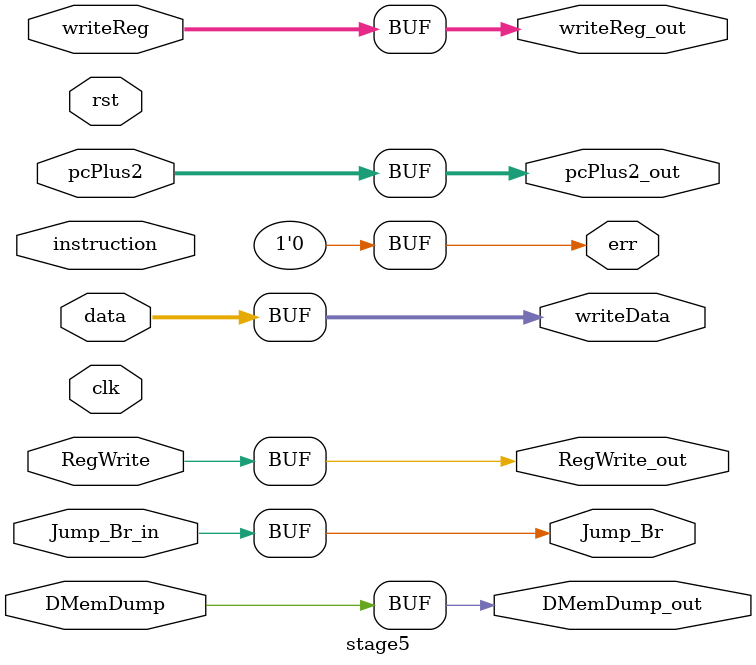
<source format=v>
/* $Author: Matt Bachmeier, Garret Huibregtse, Amanda Becker # */
/* $LastChangedDate: 2019-03-01 18:01 (Fri, 15 March 2019) $ */
/* $Rev: 01 $ */
module stage5 (/*OUTPUTS*/
   // What goes to stage 1 or 2?
   err,
   writeData,
   Jump_Br,
   RegWrite_out,
   writeReg_out,
   pcPlus2_out,
   DMemDump_out,
   // Inputs
   clk,
   rst,
   data,
   Jump_Br_in,
   RegWrite,
   writeReg,
   pcPlus2,
   DMemDump,
   instruction
   
   //control signals?
   );

   input clk, rst, Jump_Br_in, RegWrite, DMemDump;
   input [15:0] pcPlus2, data, instruction;
   input [2:0] writeReg;

   output err, RegWrite_out, Jump_Br, DMemDump_out;
   output [15:0] writeData, pcPlus2_out;
   output [2:0] writeReg_out;

   // FORWARD SIGNALS TO NEXT STAGE
   assign Jump_Br = Jump_Br_in;
   assign pcPlus2_out = pcPlus2;
   assign RegWrite_out = RegWrite;
   assign writeReg_out = writeReg;
   assign DMemDump_out = DMemDump;
   
   // READ FROM MEM OR USE ALU RESULT
   assign writeData = data;
   assign err = 0;

endmodule

</source>
